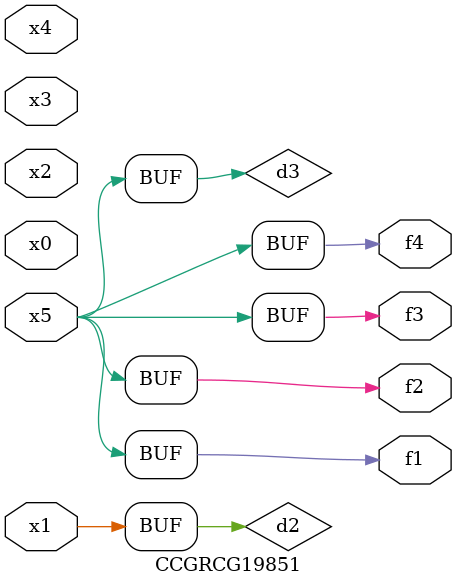
<source format=v>
module CCGRCG19851(
	input x0, x1, x2, x3, x4, x5,
	output f1, f2, f3, f4
);

	wire d1, d2, d3;

	not (d1, x5);
	or (d2, x1);
	xnor (d3, d1);
	assign f1 = d3;
	assign f2 = d3;
	assign f3 = d3;
	assign f4 = d3;
endmodule

</source>
